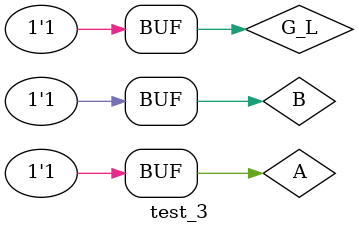
<source format=v>
`timescale 1ns / 1ps


module test_3;

	// Inputs
	reg G_L;
	reg A;
	reg B;

	// Outputs
	wire [3:0] Y_L;

	// Instantiate the Unit Under Test (UUT)
	v74x139_3 uut (
		.G_L(G_L), 
		.A(A), 
		.B(B), 
		.Y_L(Y_L)
	);

	initial begin
		// Initialize Inputs
		G_L = 0;
		A = 0;
		B = 0;

		// Wait 100 ns for global reset to finish
		#100;
        
		// Add stimulus here

		G_L = 0;
		A = 0;
		B = 0; #100;
		G_L = 0;
		A = 0;
		B = 1; #100;
		G_L = 0;
		A = 1;
		B = 0; #100;
		G_L = 0;
		A = 1;
		B = 1; #100;
		G_L = 1;
		A = 0;
		B = 0; #100;
		G_L = 1;
		A = 0;
		B = 1; #100;
		G_L = 1;
		A = 1;
		B = 0; #100;
		G_L = 1;
		A = 1;
		B = 1; #100;

	end
      
endmodule


</source>
